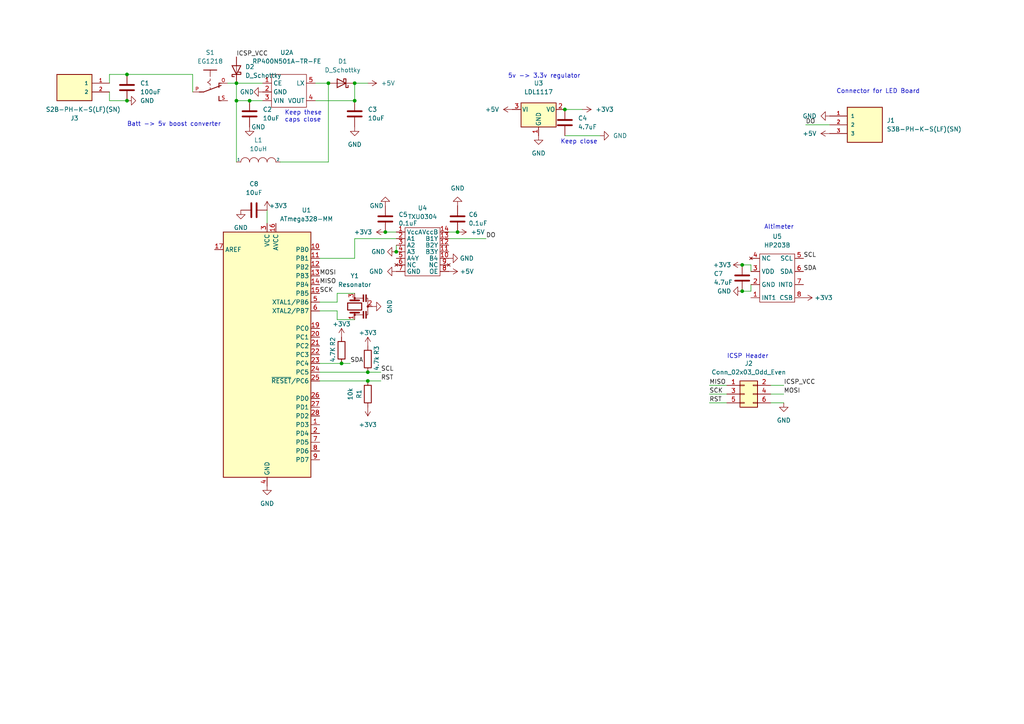
<source format=kicad_sch>
(kicad_sch (version 20211123) (generator eeschema)
  (paper "A4")
  (lib_symbols
    (symbol "Connector_Generic:Conn_02x03_Odd_Even" (pin_names (offset 1.016) hide)
      (property "Reference" "J" (at 1.27 5.08 0))
      (property "Value" "Conn_02x03_Odd_Even" (at 1.27 -5.08 0))
      (symbol "Conn_02x03_Odd_Even_1_1"
        (rectangle (start -1.27 -2.413) (end 0 -2.667) (stroke (width 0.1524)))
        (rectangle (start -1.27 0.127) (end 0 -0.127) (stroke (width 0.1524)))
        (rectangle (start -1.27 2.667) (end 0 2.413) (stroke (width 0.1524)))
        (rectangle (start -1.27 3.81) (end 3.81 -3.81) (stroke (width 0.254)) (fill (type background)))
        (rectangle (start 3.81 -2.413) (end 2.54 -2.667) (stroke (width 0.1524)))
        (rectangle (start 3.81 0.127) (end 2.54 -0.127) (stroke (width 0.1524)))
        (rectangle (start 3.81 2.667) (end 2.54 2.413) (stroke (width 0.1524)))
        (pin passive line (at -5.08 2.54 0) (length 3.81) (name "Pin_1") (number "1"))
        (pin passive line (at 7.62 2.54 180) (length 3.81) (name "Pin_2") (number "2"))
        (pin passive line (at -5.08 0 0) (length 3.81) (name "Pin_3") (number "3"))
        (pin passive line (at 7.62 0 180) (length 3.81) (name "Pin_4") (number "4"))
        (pin passive line (at -5.08 -2.54 0) (length 3.81) (name "Pin_5") (number "5"))
        (pin passive line (at 7.62 -2.54 180) (length 3.81) (name "Pin_6") (number "6"))
      )
    )
    (symbol "Device:C" (pin_numbers hide) (pin_names (offset 0.254))
      (property "Reference" "C" (at 0.635 2.54 0))
      (property "Value" "C" (at 0.635 -2.54 0))
      (symbol "C_0_1"
        (polyline (pts (xy -2.032 -0.762) (xy 2.032 -0.762)) (stroke (width 0.508)))
        (polyline (pts (xy -2.032 0.762) (xy 2.032 0.762)) (stroke (width 0.508)))
      )
      (symbol "C_1_1"
        (pin passive line (at 0 3.81 270) (length 2.794) (name "~") (number "1"))
        (pin passive line (at 0 -3.81 90) (length 2.794) (name "~") (number "2"))
      )
    )
    (symbol "Device:D_Schottky" (pin_numbers hide) (pin_names (offset 1.016) hide)
      (property "Reference" "D" (at 0 2.54 0))
      (property "Value" "D_Schottky" (at 0 -2.54 0))
      (symbol "D_Schottky_0_1"
        (polyline (pts (xy 1.27 0) (xy -1.27 0)))
        (polyline (pts (xy 1.27 1.27) (xy 1.27 -1.27) (xy -1.27 0) (xy 1.27 1.27)) (stroke (width 0.254)))
        (polyline (pts (xy -1.905 0.635) (xy -1.905 1.27) (xy -1.27 1.27) (xy -1.27 -1.27) (xy -0.635 -1.27) (xy -0.635 -0.635)) (stroke (width 0.254)))
      )
      (symbol "D_Schottky_1_1"
        (pin passive line (at -3.81 0 0) (length 2.54) (name "K") (number "1"))
        (pin passive line (at 3.81 0 180) (length 2.54) (name "A") (number "2"))
      )
    )
    (symbol "Device:R" (pin_numbers hide) (pin_names (offset 0))
      (property "Reference" "R" (at 2.032 0 90))
      (property "Value" "R" (at 0 0 90))
      (symbol "R_0_1"
        (rectangle (start -1.016 -2.54) (end 1.016 2.54) (stroke (width 0.254)))
      )
      (symbol "R_1_1"
        (pin passive line (at 0 3.81 270) (length 1.27) (name "~") (number "1"))
        (pin passive line (at 0 -3.81 90) (length 1.27) (name "~") (number "2"))
      )
    )
    (symbol "Device:Resonator" (pin_names (offset 1.016) hide)
      (property "Reference" "Y" (at 0 5.715 0))
      (property "Value" "Resonator" (at 0 3.81 0))
      (symbol "Resonator_0_1"
        (rectangle (start -3.429 -3.175) (end -1.397 -3.429) (fill (type outline)))
        (rectangle (start -3.429 -2.413) (end -1.397 -2.667) (fill (type outline)))
        (circle (center -2.413 0) (radius 0.254) (fill (type outline)))
        (rectangle (start -1.016 2.032) (end 1.016 -2.032) (stroke (width 0.3048)))
        (circle (center 0 -3.81) (radius 0.254) (fill (type outline)))
        (polyline (pts (xy -2.413 -2.413) (xy -2.413 0)))
        (polyline (pts (xy -1.905 0) (xy -3.175 0)))
        (polyline (pts (xy -1.778 -1.27) (xy -1.778 1.27)) (stroke (width 0.508)))
        (polyline (pts (xy 1.778 -1.27) (xy 1.778 1.27)) (stroke (width 0.508)))
        (polyline (pts (xy 1.905 0) (xy 2.54 0)))
        (polyline (pts (xy 2.413 0) (xy 2.413 -2.54)))
        (polyline (pts (xy 2.413 -3.302) (xy 2.413 -3.81) (xy -2.413 -3.81) (xy -2.413 -3.302)))
        (rectangle (start 1.397 -3.175) (end 3.429 -3.429) (fill (type outline)))
        (rectangle (start 1.397 -2.413) (end 3.429 -2.667) (fill (type outline)))
        (circle (center 2.413 0) (radius 0.254) (fill (type outline)))
      )
      (symbol "Resonator_1_1"
        (pin passive line (at -3.81 0 0) (length 1.27) (name "1") (number "1"))
        (pin passive line (at 0 -5.08 90) (length 1.27) (name "2") (number "2"))
        (pin passive line (at 3.81 0 180) (length 1.27) (name "3") (number "3"))
      )
    )
    (symbol "EG1218:EG1218" (pin_names (offset 1.016) hide)
      (property "Reference" "S" (at -6.35 -1.905 90))
      (property "Value" "EG1218" (at -3.81 3.175 90))
      (symbol "EG1218_0_0"
        (polyline (pts (xy -3.81 0) (xy -3.81 -1.905)) (stroke (width 0.254)))
        (polyline (pts (xy -3.81 0) (xy -1.905 0)) (stroke (width 0.1524)))
        (polyline (pts (xy -3.81 1.905) (xy -3.81 0)) (stroke (width 0.254)))
        (polyline (pts (xy -1.27 0) (xy -0.762 0)) (stroke (width 0.1524)))
        (polyline (pts (xy -0.762 0) (xy -0.254 -0.762)) (stroke (width 0.1524)))
        (polyline (pts (xy -0.254 -0.762) (xy 0.254 0)) (stroke (width 0.1524)))
        (polyline (pts (xy 0 2.54) (xy 0 3.175)) (stroke (width 0.254)))
        (polyline (pts (xy 0 2.54) (xy 1.27 2.54)) (stroke (width 0.254)))
        (polyline (pts (xy 0.254 0) (xy 0.635 0)) (stroke (width 0.1524)))
        (polyline (pts (xy 1.27 0) (xy 1.905 0)) (stroke (width 0.1524)))
        (polyline (pts (xy 2.54 -3.175) (xy 2.54 -1.905)) (stroke (width 0.254)))
        (polyline (pts (xy 2.54 -1.905) (xy 0.635 3.175)) (stroke (width 0.254)))
        (polyline (pts (xy 3.81 2.54) (xy 5.08 2.54)) (stroke (width 0.254)))
        (polyline (pts (xy 5.08 2.54) (xy 5.08 3.175)) (stroke (width 0.254)))
        (pin passive line (at 0 5.08 270) (length 2.54) (name "~") (number "O"))
        (pin passive line (at 2.54 -5.08 90) (length 2.54) (name "~") (number "P"))
        (pin passive line (at 5.08 5.08 270) (length 2.54) (name "~") (number "S"))
      )
    )
    (symbol "HP203B:HP203B"
      (property "Reference" "U" (at 0 0 0))
      (property "Value" "HP203B" (at 10.16 0 90))
      (symbol "HP203B_0_1"
        (rectangle (start -5.08 5.08) (end 8.89 -5.08))
      )
      (symbol "HP203B_1_1"
        (pin output line (at 7.62 -7.62 90) (length 2.54) (name "INT1") (number "1"))
        (pin power_in line (at 3.81 -7.62 90) (length 2.54) (name "GND") (number "2"))
        (pin power_in line (at 0 -7.62 90) (length 2.54) (name "VDD") (number "3"))
        (pin no_connect line (at -3.81 -7.62 90) (length 2.54) (name "NC") (number "4"))
        (pin input line (at -3.81 7.62 270) (length 2.54) (name "SCL") (number "5"))
        (pin bidirectional line (at 0 7.62 270) (length 2.54) (name "SDA") (number "6"))
        (pin output line (at 3.81 7.62 270) (length 2.54) (name "INT0") (number "7"))
        (pin input line (at 7.62 7.62 270) (length 2.54) (name "CSB") (number "8"))
      )
    )
    (symbol "MCU_Microchip_ATmega:ATmega328-MM"
      (property "Reference" "U" (at -12.7 36.83 0))
      (property "Value" "ATmega328-MM" (at 2.54 -36.83 0))
      (symbol "ATmega328-MM_0_1"
        (rectangle (start -12.7 -35.56) (end 12.7 35.56) (stroke (width 0.254)) (fill (type background)))
      )
      (symbol "ATmega328-MM_1_1"
        (pin bidirectional line (at 15.24 -20.32 180) (length 2.54) (name "PD3") (number "1"))
        (pin bidirectional line (at 15.24 30.48 180) (length 2.54) (name "PB0") (number "10"))
        (pin bidirectional line (at 15.24 27.94 180) (length 2.54) (name "PB1") (number "11"))
        (pin bidirectional line (at 15.24 25.4 180) (length 2.54) (name "PB2") (number "12"))
        (pin bidirectional line (at 15.24 22.86 180) (length 2.54) (name "PB3") (number "13"))
        (pin bidirectional line (at 15.24 20.32 180) (length 2.54) (name "PB4") (number "14"))
        (pin bidirectional line (at 15.24 17.78 180) (length 2.54) (name "PB5") (number "15"))
        (pin power_in line (at 2.54 38.1 270) (length 2.54) (name "AVCC") (number "16"))
        (pin passive line (at -15.24 30.48 0) (length 2.54) (name "AREF") (number "17"))
        (pin passive line (at 0 -38.1 90) (length 2.54) hide (name "GND") (number "18"))
        (pin bidirectional line (at 15.24 7.62 180) (length 2.54) (name "PC0") (number "19"))
        (pin bidirectional line (at 15.24 -22.86 180) (length 2.54) (name "PD4") (number "2"))
        (pin bidirectional line (at 15.24 5.08 180) (length 2.54) (name "PC1") (number "20"))
        (pin bidirectional line (at 15.24 2.54 180) (length 2.54) (name "PC2") (number "21"))
        (pin bidirectional line (at 15.24 0 180) (length 2.54) (name "PC3") (number "22"))
        (pin bidirectional line (at 15.24 -2.54 180) (length 2.54) (name "PC4") (number "23"))
        (pin bidirectional line (at 15.24 -5.08 180) (length 2.54) (name "PC5") (number "24"))
        (pin bidirectional line (at 15.24 -7.62 180) (length 2.54) (name "~{RESET}/PC6") (number "25"))
        (pin bidirectional line (at 15.24 -12.7 180) (length 2.54) (name "PD0") (number "26"))
        (pin bidirectional line (at 15.24 -15.24 180) (length 2.54) (name "PD1") (number "27"))
        (pin bidirectional line (at 15.24 -17.78 180) (length 2.54) (name "PD2") (number "28"))
        (pin passive line (at 0 -38.1 90) (length 2.54) hide (name "GND") (number "29"))
        (pin power_in line (at 0 38.1 270) (length 2.54) (name "VCC") (number "3"))
        (pin power_in line (at 0 -38.1 90) (length 2.54) (name "GND") (number "4"))
        (pin bidirectional line (at 15.24 15.24 180) (length 2.54) (name "XTAL1/PB6") (number "5"))
        (pin bidirectional line (at 15.24 12.7 180) (length 2.54) (name "XTAL2/PB7") (number "6"))
        (pin bidirectional line (at 15.24 -25.4 180) (length 2.54) (name "PD5") (number "7"))
        (pin bidirectional line (at 15.24 -27.94 180) (length 2.54) (name "PD6") (number "8"))
        (pin bidirectional line (at 15.24 -30.48 180) (length 2.54) (name "PD7") (number "9"))
      )
    )
    (symbol "RP400N501A-TR-FE:RP400N501A-TR-FE"
      (property "Reference" "U" (at 5.715 0 90))
      (property "Value" "RP400N501A-TR-FE" (at -0.635 8.255 0))
      (symbol "RP400N501A-TR-FE_0_1"
        (rectangle (start -5.08 5.08) (end 5.08 -4.445))
      )
      (symbol "RP400N501A-TR-FE_1_1"
        (pin input line (at -7.62 2.54 0) (length 2.54) (name "CE") (number "1"))
        (pin power_in line (at -7.62 0 0) (length 2.54) (name "GND") (number "2"))
        (pin power_in line (at -7.62 -2.54 0) (length 2.54) (name "VIN") (number "3"))
        (pin power_out line (at 7.62 -2.54 180) (length 2.54) (name "VOUT") (number "4"))
        (pin output line (at 7.62 2.54 180) (length 2.54) (name "LX") (number "5"))
      )
      (symbol "RP400N501A-TR-FE_2_1"
        (pin input line (at -2.54 -11.43 90) (length 2.54) (name "CE") (number "1-UB"))
        (pin power_in line (at 0 -11.43 90) (length 2.54) (name "GND") (number "2-UB"))
        (pin power_in line (at 2.54 -11.43 90) (length 2.54) (name "VIN") (number "3-UB"))
        (pin power_out line (at 2.54 1.27 270) (length 2.54) (name "VOUT") (number "4-UB"))
        (pin output line (at -2.54 1.27 270) (length 2.54) (name "LX") (number "5-UB"))
      )
      (symbol "RP400N501A-TR-FE_3_1"
        (pin input line (at -2.54 -11.43 90) (length 2.54) (name "CE") (number "1-UC"))
        (pin power_in line (at 0 -11.43 90) (length 2.54) (name "GND") (number "2-UC"))
        (pin power_in line (at 2.54 -11.43 90) (length 2.54) (name "VIN") (number "3-UC"))
        (pin power_out line (at 2.54 1.27 270) (length 2.54) (name "VOUT") (number "4-UC"))
        (pin output line (at -2.54 1.27 270) (length 2.54) (name "LX") (number "5-UC"))
      )
      (symbol "RP400N501A-TR-FE_4_1"
        (pin input line (at -2.54 -11.43 90) (length 2.54) (name "CE") (number "1-UD"))
        (pin power_in line (at 0 -11.43 90) (length 2.54) (name "GND") (number "2-UD"))
        (pin power_in line (at 2.54 -11.43 90) (length 2.54) (name "VIN") (number "3-UD"))
        (pin power_out line (at 2.54 1.27 270) (length 2.54) (name "VOUT") (number "4-UD"))
        (pin output line (at -2.54 1.27 270) (length 2.54) (name "LX") (number "5-UD"))
      )
      (symbol "RP400N501A-TR-FE_5_1"
        (pin input line (at -2.54 -11.43 90) (length 2.54) (name "CE") (number "1-UE"))
        (pin power_in line (at 0 -11.43 90) (length 2.54) (name "GND") (number "2-UE"))
        (pin power_in line (at 2.54 -11.43 90) (length 2.54) (name "VIN") (number "3-UE"))
        (pin power_out line (at 2.54 1.27 270) (length 2.54) (name "VOUT") (number "4-UE"))
        (pin output line (at -2.54 1.27 270) (length 2.54) (name "LX") (number "5-UE"))
      )
    )
    (symbol "Regulator_Linear:AZ1117-3.3" (pin_names (offset 0.254))
      (property "Reference" "U" (at -3.81 3.175 0))
      (property "Value" "AZ1117-3.3" (at 0 3.175 0))
      (symbol "AZ1117-3.3_0_1"
        (rectangle (start -5.08 1.905) (end 5.08 -5.08) (stroke (width 0.254)) (fill (type background)))
      )
      (symbol "AZ1117-3.3_1_1"
        (pin power_in line (at 0 -7.62 90) (length 2.54) (name "GND") (number "1"))
        (pin power_out line (at 7.62 0 180) (length 2.54) (name "VO") (number "2"))
        (pin power_in line (at -7.62 0 0) (length 2.54) (name "VI") (number "3"))
      )
    )
    (symbol "S2B-PH-K-S_LF__SN_:S2B-PH-K-S(LF)(SN)" (pin_names (offset 1.016))
      (property "Reference" "J" (at -5.08 3.302 0))
      (property "Value" "S2B-PH-K-S(LF)(SN)" (at -5.08 -7.62 0))
      (symbol "S2B-PH-K-S(LF)(SN)_0_0"
        (rectangle (start -5.08 -5.08) (end 5.08 2.54) (stroke (width 0.254)) (fill (type background)))
        (pin passive line (at -10.16 0 0) (length 5.08) (name "1") (number "1"))
        (pin passive line (at -10.16 -2.54 0) (length 5.08) (name "2") (number "2"))
      )
    )
    (symbol "S3B-PH-K-S_LF__SN_:S3B-PH-K-S(LF)(SN)" (pin_names (offset 1.016))
      (property "Reference" "J" (at -5.08 5.842 0))
      (property "Value" "S3B-PH-K-S(LF)(SN)" (at -5.08 -7.62 0))
      (symbol "S3B-PH-K-S(LF)(SN)_0_0"
        (rectangle (start -5.08 -5.08) (end 5.08 5.08) (stroke (width 0.254)) (fill (type background)))
        (pin passive line (at -10.16 2.54 0) (length 5.08) (name "1") (number "1"))
        (pin passive line (at -10.16 0 0) (length 5.08) (name "2") (number "2"))
        (pin passive line (at -10.16 -2.54 0) (length 5.08) (name "3") (number "3"))
      )
    )
    (symbol "TXU0304:TXU0304"
      (property "Reference" "U" (at 0 0 0))
      (property "Value" "TXU0304" (at 0 0 0))
      (symbol "TXU0304_0_1"
        (rectangle (start -5.08 -3.175) (end 5.08 -17.145))
      )
      (symbol "TXU0304_1_1"
        (pin power_in line (at -7.62 -4.445 0) (length 2.54) (name "VccA") (number "1"))
        (pin input line (at 7.62 -12.065 180) (length 2.54) (name "B4") (number "10"))
        (pin output line (at 7.62 -10.16 180) (length 2.54) (name "B3Y") (number "11"))
        (pin output line (at 7.62 -8.255 180) (length 2.54) (name "B2Y") (number "12"))
        (pin output line (at 7.62 -6.35 180) (length 2.54) (name "B1Y") (number "13"))
        (pin power_in line (at 7.62 -4.445 180) (length 2.54) (name "VccB") (number "14"))
        (pin input line (at -7.62 -6.35 0) (length 2.54) (name "A1") (number "2"))
        (pin input line (at -7.62 -8.255 0) (length 2.54) (name "A2") (number "3"))
        (pin input line (at -7.62 -10.16 0) (length 2.54) (name "A3") (number "4"))
        (pin power_in line (at -7.62 -12.065 0) (length 2.54) (name "A4Y") (number "5"))
        (pin no_connect line (at -7.62 -13.97 0) (length 2.54) (name "NC") (number "6"))
        (pin power_in line (at -7.62 -15.875 0) (length 2.54) (name "GND") (number "7"))
        (pin input line (at 7.62 -15.875 180) (length 2.54) (name "OE") (number "8"))
        (pin no_connect line (at 7.62 -13.97 180) (length 2.54) (name "NC") (number "9"))
      )
    )
    (symbol "power:+3V3" (power) (pin_names (offset 0))
      (property "Value" "+3V3" (at 0 3.556 0))
      (symbol "+3V3_0_1"
        (polyline (pts (xy -0.762 1.27) (xy 0 2.54)))
        (polyline (pts (xy 0 0) (xy 0 2.54)))
        (polyline (pts (xy 0 2.54) (xy 0.762 1.27)))
      )
      (symbol "+3V3_1_1"
        (pin power_in line (at 0 0 90) (length 0) hide (name "+3V3") (number "1"))
      )
    )
    (symbol "power:+5V" (power) (pin_names (offset 0))
      (property "Value" "+5V" (at 0 3.556 0))
      (symbol "+5V_0_1"
        (polyline (pts (xy -0.762 1.27) (xy 0 2.54)))
        (polyline (pts (xy 0 0) (xy 0 2.54)))
        (polyline (pts (xy 0 2.54) (xy 0.762 1.27)))
      )
      (symbol "+5V_1_1"
        (pin power_in line (at 0 0 90) (length 0) hide (name "+5V") (number "1"))
      )
    )
    (symbol "power:GND" (power) (pin_names (offset 0))
      (property "Value" "GND" (at 0 -3.81 0))
      (symbol "GND_0_1"
        (polyline (pts (xy 0 0) (xy 0 -1.27) (xy 1.27 -1.27) (xy 0 -2.54) (xy -1.27 -1.27) (xy 0 -1.27)))
      )
      (symbol "GND_1_1"
        (pin power_in line (at 0 0 270) (length 0) hide (name "GND") (number "1"))
      )
    )
    (symbol "pspice:INDUCTOR" (pin_numbers hide) (pin_names (offset 0))
      (property "Reference" "L" (at 0 2.54 0))
      (property "Value" "INDUCTOR" (at 0 -1.27 0))
      (symbol "INDUCTOR_0_1"
        (arc (start -2.54 0) (mid -3.81 1.27) (end -5.08 0))
        (arc (start 0 0) (mid -1.27 1.27) (end -2.54 0))
        (arc (start 2.54 0) (mid 1.27 1.27) (end 0 0))
        (arc (start 5.08 0) (mid 3.81 1.27) (end 2.54 0))
      )
      (symbol "INDUCTOR_1_1"
        (pin input line (at -6.35 0 0) (length 1.27) (name "1") (number "1"))
        (pin input line (at 6.35 0 180) (length 1.27) (name "2") (number "2"))
      )
    )
  )
  (junction (at 68.58 24.13))
  (junction (at 106.68 110.49))
  (junction (at 132.715 67.31))
  (junction (at 102.87 29.21))
  (junction (at 68.58 29.21))
  (junction (at 72.39 29.21))
  (junction (at 114.935 73.025))
  (junction (at 36.83 29.21))
  (junction (at 111.76 67.31))
  (junction (at 99.06 105.41))
  (junction (at 102.87 24.13))
  (junction (at 215.265 84.455))
  (junction (at 106.68 107.95))
  (junction (at 36.83 21.59))
  (junction (at 95.25 24.13))
  (junction (at 163.83 31.75))
  (junction (at 215.265 76.835))
  (wire (pts (xy 97.79 85.09) (xy 102.87 85.09)))
  (wire (pts (xy 132.715 67.31) (xy 130.175 67.31)))
  (wire (pts (xy 111.76 67.31) (xy 114.935 67.31)))
  (wire (pts (xy 217.805 78.74) (xy 217.805 76.835)))
  (wire (pts (xy 91.44 29.21) (xy 102.87 29.21)))
  (wire (pts (xy 68.58 24.13) (xy 76.2 24.13)))
  (wire (pts (xy 92.71 110.49) (xy 106.68 110.49)))
  (wire (pts (xy 102.87 29.21) (xy 102.87 24.13)))
  (wire (pts (xy 68.58 29.21) (xy 68.58 46.99)))
  (wire (pts (xy 92.71 90.17) (xy 97.79 90.17)))
  (wire (pts (xy 55.88 21.59) (xy 55.88 26.67)))
  (wire (pts (xy 217.805 76.835) (xy 215.265 76.835)))
  (wire (pts (xy 140.97 69.215) (xy 130.175 69.215)))
  (wire (pts (xy 31.75 29.21) (xy 36.83 29.21)))
  (wire (pts (xy 106.68 24.13) (xy 102.87 24.13)))
  (wire (pts (xy 205.74 111.76) (xy 210.82 111.76)))
  (wire (pts (xy 31.75 26.67) (xy 31.75 29.21)))
  (wire (pts (xy 92.71 74.93) (xy 102.87 74.93)))
  (wire (pts (xy 173.99 39.37) (xy 163.83 39.37)))
  (wire (pts (xy 97.79 90.17) (xy 97.79 92.71)))
  (wire (pts (xy 233.68 36.195) (xy 240.665 36.195)))
  (wire (pts (xy 99.06 105.41) (xy 101.6 105.41)))
  (wire (pts (xy 31.75 24.13) (xy 31.75 21.59)))
  (wire (pts (xy 92.71 107.95) (xy 106.68 107.95)))
  (wire (pts (xy 91.44 24.13) (xy 95.25 24.13)))
  (wire (pts (xy 217.805 84.455) (xy 215.265 84.455)))
  (wire (pts (xy 106.68 107.95) (xy 110.49 107.95)))
  (wire (pts (xy 205.74 116.84) (xy 210.82 116.84)))
  (wire (pts (xy 97.79 87.63) (xy 97.79 85.09)))
  (wire (pts (xy 66.04 24.13) (xy 68.58 24.13)))
  (wire (pts (xy 68.58 29.21) (xy 72.39 29.21)))
  (wire (pts (xy 227.33 114.3) (xy 223.52 114.3)))
  (wire (pts (xy 68.58 24.13) (xy 68.58 29.21)))
  (wire (pts (xy 102.87 69.215) (xy 114.935 69.215)))
  (wire (pts (xy 31.75 21.59) (xy 36.83 21.59)))
  (wire (pts (xy 227.33 116.84) (xy 223.52 116.84)))
  (wire (pts (xy 97.79 92.71) (xy 102.87 92.71)))
  (wire (pts (xy 92.71 105.41) (xy 99.06 105.41)))
  (wire (pts (xy 72.39 29.21) (xy 76.2 29.21)))
  (wire (pts (xy 102.87 74.93) (xy 102.87 69.215)))
  (wire (pts (xy 217.805 82.55) (xy 217.805 84.455)))
  (wire (pts (xy 227.33 111.76) (xy 223.52 111.76)))
  (wire (pts (xy 106.68 110.49) (xy 110.49 110.49)))
  (wire (pts (xy 36.83 21.59) (xy 55.88 21.59)))
  (wire (pts (xy 81.28 46.99) (xy 95.25 46.99)))
  (wire (pts (xy 205.74 114.3) (xy 210.82 114.3)))
  (wire (pts (xy 95.25 46.99) (xy 95.25 24.13)))
  (wire (pts (xy 114.935 71.12) (xy 114.935 73.025)))
  (wire (pts (xy 77.47 60.96) (xy 77.47 64.77)))
  (wire (pts (xy 168.91 31.75) (xy 163.83 31.75)))
  (wire (pts (xy 92.71 87.63) (xy 97.79 87.63)))
  (text "Keep these\ncaps close" (at 82.55 35.56 0) (effects (font (size 1.27 1.27)) (justify left bottom)))
  (text "Batt -> 5v boost converter" (at 36.83 36.83 0) (effects (font (size 1.27 1.27)) (justify left bottom)))
  (text "ICSP Header" (at 210.82 104.14 0) (effects (font (size 1.27 1.27)) (justify left bottom)))
  (text "Keep close" (at 162.56 41.91 0) (effects (font (size 1.27 1.27)) (justify left bottom)))
  (text "Altimeter" (at 221.615 66.675 0) (effects (font (size 1.27 1.27)) (justify left bottom)))
  (text "5v -> 3.3v regulator" (at 147.32 22.86 0) (effects (font (size 1.27 1.27)) (justify left bottom)))
  (text "Connector for LED Board" (at 242.57 27.305 0) (effects (font (size 1.27 1.27)) (justify left bottom)))
  (label "MISO" (at 92.71 82.55 0))
  (label "SCK" (at 205.74 114.3 0))
  (label "SDA" (at 233.045 78.74 0))
  (label "SCK" (at 92.71 85.09 0))
  (label "ICSP_VCC" (at 68.58 16.51 0))
  (label "SDA" (at 101.6 105.41 0))
  (label "MISO" (at 205.74 111.76 0))
  (label "SCL" (at 233.045 74.93 0))
  (label "DO" (at 233.68 36.195 0))
  (label "RST" (at 110.49 110.49 0))
  (label "MOSI" (at 227.33 114.3 0))
  (label "RST" (at 205.74 116.84 0))
  (label "DO" (at 140.97 69.215 0))
  (label "ICSP_VCC" (at 227.33 111.76 0))
  (label "MOSI" (at 92.71 80.01 0))
  (label "SCL" (at 110.49 107.95 0))
  (symbol (lib_id "power:GND") (at 102.87 36.83 0) (unit 1)
    (property "Reference" "#PWR0104" (effects hide))
    (property "Value" "GND" (at 102.87 41.91 0))
  )
  (symbol (lib_id "power:GND") (at 72.39 36.83 0) (unit 1)
    (property "Reference" "#PWR0102" (effects hide))
    (property "Value" "GND" (at 74.93 36.83 0))
  )
  (symbol (lib_id "pspice:INDUCTOR") (at 74.93 46.99 0) (unit 1)
    (property "Reference" "L1" (at 74.93 40.64 0))
    (property "Value" "10uH" (at 74.93 43.18 0))
    (property "Footprint" "SLF7045T-100M1R3-PF:IND_SLF7045T-100M1R3-PF" (effects hide))
  )
  (symbol (lib_id "Device:D_Schottky") (at 68.58 20.32 90) (unit 1)
    (property "Reference" "D2" (at 71.12 19.3674 90) (effects (justify right)))
    (property "Value" "D_Schottky" (at 71.12 21.9074 90) (effects (justify right)))
    (property "Footprint" "Diode_SMD:D_SOD-123" (effects hide))
  )
  (symbol (lib_id "Device:C") (at 72.39 33.02 0) (unit 1)
    (property "Reference" "C2" (at 76.2 31.7499 0) (effects (justify left)))
    (property "Value" "10uF" (at 76.2 34.2899 0) (effects (justify left)))
    (property "Footprint" "Capacitor_SMD:C_0805_2012Metric" (effects hide))
  )
  (symbol (lib_id "power:GND") (at 114.935 78.74 270) (unit 1)
    (property "Reference" "#PWR0119" (effects hide))
    (property "Value" "GND" (at 111.125 78.7399 90) (effects (justify right)))
  )
  (symbol (lib_id "power:GND") (at 77.47 140.97 0) (unit 1)
    (property "Reference" "#PWR0108" (effects hide))
    (property "Value" "GND" (at 77.47 146.05 0))
  )
  (symbol (lib_id "power:GND") (at 36.83 29.21 90) (unit 1)
    (property "Reference" "#PWR0129" (effects hide))
    (property "Value" "GND" (at 40.64 29.2099 90) (effects (justify right)))
  )
  (symbol (lib_id "Device:D_Schottky") (at 99.06 24.13 180) (unit 1)
    (property "Reference" "D1" (at 99.3775 17.78 0))
    (property "Value" "D_Schottky" (at 99.3775 20.32 0))
    (property "Footprint" "Diode_SMD:D_SOD-123" (effects hide))
  )
  (symbol (lib_id "power:+3V3") (at 233.045 86.36 270) (unit 1)
    (property "Reference" "#PWR0127" (effects hide))
    (property "Value" "+3V3" (at 236.22 86.3599 90) (effects (justify left)))
  )
  (symbol (lib_id "power:+3V3") (at 77.47 60.96 0) (unit 1)
    (property "Reference" "#PWR0103" (effects hide))
    (property "Value" "+3V3" (at 80.645 59.69 0))
  )
  (symbol (lib_id "S2B-PH-K-S_LF__SN_:S2B-PH-K-S(LF)(SN)") (at 21.59 24.13 0) (mirror y) (unit 1)
    (property "Reference" "J3" (at 21.59 34.29 0))
    (property "Value" "S2B-PH-K-S(LF)(SN)" (at 24.13 31.75 0))
    (property "Footprint" "S2B-PH-K-S(LF)(SN) 2mm JST Connector:JST_S2B-PH-K-S(LF)(SN)" (effects hide))
    (property "MP" "S2B-PH-K-S_LF__SN_" (effects hide))
    (property "PACKAGE" "None" (effects hide))
    (property "DESCRIPTION" "Connector Header Through Hole, Right Angle 2 position" (effects hide))
    (property "AVAILABILITY" "Unavailable" (effects hide))
    (property "PRICE" "None" (effects hide))
    (property "MAXIMUM_PACKAGE_HEIGHT" "4.8mm" (effects hide))
    (property "MF" "JST Sales" (effects hide))
  )
  (symbol (lib_id "power:GND") (at 76.2 26.67 270) (unit 1)
    (property "Reference" "#PWR0101" (effects hide))
    (property "Value" "GND" (at 73.66 26.67 90) (effects (justify right)))
  )
  (symbol (lib_id "power:+3V3") (at 106.68 118.11 180) (unit 1)
    (property "Reference" "#PWR0109" (effects hide))
    (property "Value" "+3V3" (at 106.68 123.19 0))
  )
  (symbol (lib_id "power:+3V3") (at 168.91 31.75 270) (unit 1)
    (property "Reference" "#PWR0112" (effects hide))
    (property "Value" "+3V3" (at 172.72 31.7499 90) (effects (justify left)))
  )
  (symbol (lib_id "power:+3V3") (at 215.265 76.835 90) (unit 1)
    (property "Reference" "#PWR0126" (effects hide))
    (property "Value" "+3V3" (at 212.09 76.8349 90) (effects (justify left)))
  )
  (symbol (lib_id "Regulator_Linear:AZ1117-3.3") (at 156.21 31.75 0) (unit 1)
    (property "Reference" "U3" (at 156.21 24.13 0))
    (property "Value" "LDL1117" (at 156.21 26.67 0))
    (property "Footprint" "Package_TO_SOT_SMD:SOT-223-3_TabPin2" (effects hide))
    (property "Datasheet" "https://www.diodes.com/assets/Datasheets/AZ1117.pdf" (effects hide))
  )
  (symbol (lib_id "power:GND") (at 69.85 60.96 0) (unit 1)
    (property "Reference" "#PWR0128" (effects hide))
    (property "Value" "GND" (at 69.85 66.04 0))
  )
  (symbol (lib_id "power:GND") (at 156.21 39.37 0) (unit 1)
    (property "Reference" "#PWR0114" (effects hide))
    (property "Value" "GND" (at 156.21 44.45 0))
  )
  (symbol (lib_id "Device:C") (at 36.83 25.4 0) (unit 1)
    (property "Reference" "C1" (at 40.64 24.1299 0) (effects (justify left)))
    (property "Value" "100uF" (at 40.64 26.6699 0) (effects (justify left)))
    (property "Footprint" "Capacitor_SMD:C_1206_3216Metric" (effects hide))
  )
  (symbol (lib_id "power:+5V") (at 148.59 31.75 90) (unit 1)
    (property "Reference" "#PWR0111" (effects hide))
    (property "Value" "+5V" (at 144.78 31.7499 90) (effects (justify left)))
  )
  (symbol (lib_id "Device:R") (at 106.68 104.14 0) (unit 1)
    (property "Reference" "R3" (at 109.22 101.6 90))
    (property "Value" "4.7k" (at 109.22 105.41 90))
    (property "Footprint" "Resistor_SMD:R_0402_1005Metric" (effects hide))
  )
  (symbol (lib_id "Device:R") (at 99.06 101.6 0) (unit 1)
    (property "Reference" "R2" (at 96.52 99.06 90))
    (property "Value" "4.7K" (at 96.52 102.87 90))
    (property "Footprint" "Resistor_SMD:R_0402_1005Metric" (effects hide))
  )
  (symbol (lib_id "RP400N501A-TR-FE:RP400N501A-TR-FE") (at 83.82 26.67 0) (unit 1)
    (property "Reference" "U2" (at 83.185 15.24 0))
    (property "Value" "RP400N501A-TR-FE" (at 83.185 17.78 0))
    (property "Footprint" "Package_TO_SOT_SMD:SOT-23-5" (effects hide))
  )
  (symbol (lib_id "power:+3V3") (at 99.06 97.79 0) (unit 1)
    (property "Reference" "#PWR0106" (effects hide))
    (property "Value" "+3V3" (at 99.06 93.98 0))
  )
  (symbol (lib_id "Device:C") (at 215.265 80.645 0) (unit 1)
    (property "Reference" "C7" (at 207.01 79.375 0) (effects (justify left)))
    (property "Value" "4.7uF" (at 207.01 81.915 0) (effects (justify left)))
    (property "Footprint" "Capacitor_SMD:C_0402_1005Metric" (effects hide))
  )
  (symbol (lib_id "power:GND") (at 173.99 39.37 90) (unit 1)
    (property "Reference" "#PWR0113" (effects hide))
    (property "Value" "GND" (at 177.8 39.3699 90) (effects (justify right)))
  )
  (symbol (lib_id "HP203B:HP203B") (at 225.425 78.74 270) (unit 1)
    (property "Reference" "U5" (at 225.425 68.58 90))
    (property "Value" "HP203B" (at 225.425 71.12 90))
    (property "Footprint" "HP203B Pressure Sensor:HP203B" (effects hide))
  )
  (symbol (lib_id "Connector_Generic:Conn_02x03_Odd_Even") (at 215.9 114.3 0) (unit 1)
    (property "Reference" "J2" (at 217.17 105.41 0))
    (property "Value" "Conn_02x03_Odd_Even" (at 217.17 107.95 0))
    (property "Footprint" "Connector_PinHeader_2.54mm:PinHeader_2x03_P2.54mm_Vertical" (effects hide))
  )
  (symbol (lib_id "power:GND") (at 215.265 84.455 270) (unit 1)
    (property "Reference" "#PWR0125" (effects hide))
    (property "Value" "GND" (at 212.09 84.4549 90) (effects (justify right)))
  )
  (symbol (lib_id "Device:Resonator") (at 102.87 88.9 90) (unit 1)
    (property "Reference" "Y1" (at 102.87 80.01 90))
    (property "Value" "Resonator" (at 102.87 82.55 90))
    (property "Footprint" "CSTNE16M0V530000R0:OSC_CSTNE16M0V530000R0" (effects hide))
  )
  (symbol (lib_id "power:+5V") (at 240.665 38.735 90) (unit 1)
    (property "Reference" "#PWR0123" (effects hide))
    (property "Value" "+5V" (at 236.855 38.7349 90) (effects (justify left)))
  )
  (symbol (lib_id "Device:C") (at 102.87 33.02 0) (unit 1)
    (property "Reference" "C3" (at 106.68 31.7499 0) (effects (justify left)))
    (property "Value" "10uF" (at 106.68 34.2899 0) (effects (justify left)))
    (property "Footprint" "Capacitor_SMD:C_0805_2012Metric" (effects hide))
  )
  (symbol (lib_id "Device:C") (at 111.76 63.5 0) (unit 1)
    (property "Reference" "C5" (at 115.57 62.2299 0) (effects (justify left)))
    (property "Value" "0.1uF" (at 115.57 64.7699 0) (effects (justify left)))
    (property "Footprint" "Capacitor_SMD:C_0402_1005Metric" (effects hide))
  )
  (symbol (lib_id "Device:C") (at 163.83 35.56 0) (unit 1)
    (property "Reference" "C4" (at 167.64 34.2899 0) (effects (justify left)))
    (property "Value" "4.7uF" (at 167.64 36.8299 0) (effects (justify left)))
    (property "Footprint" "Capacitor_SMD:C_0805_2012Metric" (effects hide))
  )
  (symbol (lib_id "Device:C") (at 132.715 63.5 0) (unit 1)
    (property "Reference" "C6" (at 135.89 62.2299 0) (effects (justify left)))
    (property "Value" "0.1uF" (at 135.89 64.7699 0) (effects (justify left)))
    (property "Footprint" "Capacitor_SMD:C_0402_1005Metric" (effects hide))
  )
  (symbol (lib_id "S3B-PH-K-S_LF__SN_:S3B-PH-K-S(LF)(SN)") (at 250.825 36.195 0) (unit 1)
    (property "Reference" "J1" (at 257.175 34.9249 0) (effects (justify left)))
    (property "Value" "S3B-PH-K-S(LF)(SN)" (at 257.175 37.4649 0) (effects (justify left)))
    (property "Footprint" "JST-S3B-PH-K:JST_S3B-PH-K-S(LF)(SN)" (effects hide))
    (property "MAXIMUM_PACKAGE_HEIGHT" "4.8mm" (effects hide))
    (property "MANUFACTURER" "JST Sales" (effects hide))
    (property "STANDARD" "Manufacturer Recommendations" (effects hide))
  )
  (symbol (lib_id "power:+5V") (at 106.68 24.13 270) (unit 1)
    (property "Reference" "#PWR0105" (effects hide))
    (property "Value" "+5V" (at 110.49 24.1299 90) (effects (justify left)))
  )
  (symbol (lib_id "power:+5V") (at 130.175 78.74 270) (unit 1)
    (property "Reference" "#PWR0121" (effects hide))
    (property "Value" "+5V" (at 133.35 78.7399 90) (effects (justify left)))
  )
  (symbol (lib_id "power:GND") (at 240.665 33.655 270) (unit 1)
    (property "Reference" "#PWR0124" (effects hide))
    (property "Value" "GND" (at 236.855 33.6549 90) (effects (justify right)))
  )
  (symbol (lib_id "Device:C") (at 73.66 60.96 270) (unit 1)
    (property "Reference" "C8" (at 73.66 53.34 90))
    (property "Value" "10uF" (at 73.66 55.88 90))
    (property "Footprint" "Capacitor_SMD:C_0805_2012Metric" (effects hide))
  )
  (symbol (lib_id "power:+3V3") (at 111.76 67.31 90) (unit 1)
    (property "Reference" "#PWR0120" (effects hide))
    (property "Value" "+3V3" (at 107.95 67.3099 90) (effects (justify left)))
  )
  (symbol (lib_id "power:GND") (at 107.95 88.9 90) (unit 1)
    (property "Reference" "#PWR0107" (effects hide))
    (property "Value" "GND" (at 113.03 88.9 0))
  )
  (symbol (lib_id "Device:R") (at 106.68 114.3 180) (unit 1)
    (property "Reference" "R1" (at 104.14 114.3 90))
    (property "Value" "10k" (at 101.6 114.3 90))
    (property "Footprint" "Resistor_SMD:R_0201_0603Metric" (effects hide))
  )
  (symbol (lib_id "EG1218:EG1218") (at 60.96 24.13 270) (unit 1)
    (property "Reference" "S1" (at 60.96 15.24 90))
    (property "Value" "EG1218" (at 60.96 17.78 90))
    (property "Footprint" "EG1218 SPDT Switch:EG1218" (effects hide))
  )
  (symbol (lib_id "TXU0304:TXU0304") (at 122.555 62.865 0) (unit 1)
    (property "Reference" "U4" (at 122.555 60.325 0))
    (property "Value" "TXU0304" (at 122.555 62.865 0))
    (property "Footprint" "Package_SO:TSSOP-14_4.4x5mm_P0.65mm" (effects hide))
  )
  (symbol (lib_id "power:+5V") (at 132.715 67.31 270) (unit 1)
    (property "Reference" "#PWR0116" (effects hide))
    (property "Value" "+5V" (at 136.525 67.3099 90) (effects (justify left)))
  )
  (symbol (lib_id "power:GND") (at 111.76 59.69 0) (mirror x) (unit 1)
    (property "Reference" "#PWR0115" (effects hide))
    (property "Value" "GND" (at 109.22 59.69 0))
  )
  (symbol (lib_id "MCU_Microchip_ATmega:ATmega328-MM") (at 77.47 102.87 0) (unit 1)
    (property "Reference" "U1" (at 88.9 60.96 0))
    (property "Value" "ATmega328-MM" (at 88.9 63.5 0))
    (property "Footprint" "Package_DFN_QFN:QFN-28-1EP_4x4mm_P0.45mm_EP2.4x2.4mm" (effects hide))
    (property "Datasheet" "http://ww1.microchip.com/downloads/en/DeviceDoc/ATmega328_P%20AVR%20MCU%20with%20picoPower%20Technology%20Data%20Sheet%2040001984A.pdf" (effects hide))
  )
  (symbol (lib_id "power:GND") (at 130.175 74.93 90) (unit 1)
    (property "Reference" "#PWR0122" (effects hide))
    (property "Value" "GND" (at 133.35 74.9299 90) (effects (justify right)))
  )
  (symbol (lib_id "power:+3V3") (at 106.68 100.33 0) (mirror y) (unit 1)
    (property "Reference" "#PWR0110" (effects hide))
    (property "Value" "+3V3" (at 106.68 96.52 0))
  )
  (symbol (lib_id "power:GND") (at 132.715 59.69 0) (mirror x) (unit 1)
    (property "Reference" "#PWR0117" (effects hide))
    (property "Value" "GND" (at 132.715 54.61 0))
  )
  (symbol (lib_id "power:GND") (at 114.935 73.025 270) (unit 1)
    (property "Reference" "#PWR0118" (effects hide))
    (property "Value" "GND" (at 111.76 73.0249 90) (effects (justify right)))
  )
  (symbol (lib_id "power:GND") (at 227.33 116.84 0) (unit 1)
    (property "Reference" "#PWR0130" (effects hide))
    (property "Value" "GND" (at 227.33 121.92 0))
  )
)
</source>
